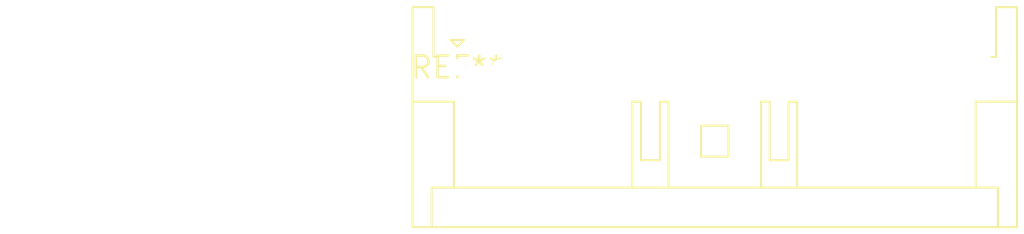
<source format=kicad_pcb>
(kicad_pcb (version 20240108) (generator pcbnew)
  (layers (0 "F.Cu" signal) (31 "B.Cu" signal) (34 "B.Paste" user) (35 "F.Paste" user) (36 "B.SilkS" user "B.Silkscreen") (37 "F.SilkS" user "F.Silkscreen") (38 "B.Mask" user) (39 "F.Mask" user) (44 "Edge.Cuts" user))
  (net 0 "")
  (footprint "JST_XA_S13B-XASK-1N-BN_1x13_P2.50mm_Horizontal" (layer "F.Cu") (at 0 0)
    (property "Reference" "REF**")
    (property "Value" "JST_XA_S13B-XASK-1N-BN_1x13_P2.50mm_Horizontal")
    (fp_line (start -2.61 -3.51) (end -2.61 9.31) (layer "F.SilkS") (stroke (width 0.12)))
    (fp_line (start -2.61 9.31) (end 32.61 9.31) (layer "F.SilkS") (stroke (width 0.12)))
    (fp_line (start -1.5 7.01) (end 31.5 7.01) (layer "F.SilkS") (stroke (width 0.12)))
    (fp_line (start -1.5 9.31) (end -1.5 7.01) (layer "F.SilkS") (stroke (width 0.12)))
    (fp_line (start -1.39 -3.51) (end -2.61 -3.51) (layer "F.SilkS") (stroke (width 0.12)))
    (fp_line (start -1.39 -0.61) (end -1.39 -3.51) (layer "F.SilkS") (stroke (width 0.12)))
    (fp_line (start -1.11 -0.61) (end -1.39 -0.61) (layer "F.SilkS") (stroke (width 0.12)))
    (fp_line (start -0.4 -1.6) (end 0.4 -1.6) (layer "F.SilkS") (stroke (width 0.12)))
    (fp_line (start -0.2 2) (end -2.61 2) (layer "F.SilkS") (stroke (width 0.12)))
    (fp_line (start -0.2 7.01) (end -0.2 2) (layer "F.SilkS") (stroke (width 0.12)))
    (fp_line (start 0 -1.2) (end -0.4 -1.6) (layer "F.SilkS") (stroke (width 0.12)))
    (fp_line (start 0.4 -1.6) (end 0 -1.2) (layer "F.SilkS") (stroke (width 0.12)))
    (fp_line (start 10.2 2) (end 10.2 7.01) (layer "F.SilkS") (stroke (width 0.12)))
    (fp_line (start 10.7 2) (end 10.2 2) (layer "F.SilkS") (stroke (width 0.12)))
    (fp_line (start 10.7 5.41) (end 10.7 2) (layer "F.SilkS") (stroke (width 0.12)))
    (fp_line (start 11.8 2) (end 11.8 5.41) (layer "F.SilkS") (stroke (width 0.12)))
    (fp_line (start 11.8 5.41) (end 10.7 5.41) (layer "F.SilkS") (stroke (width 0.12)))
    (fp_line (start 12.3 2) (end 11.8 2) (layer "F.SilkS") (stroke (width 0.12)))
    (fp_line (start 12.3 7.01) (end 12.3 2) (layer "F.SilkS") (stroke (width 0.12)))
    (fp_line (start 14.2 3.4) (end 15.8 3.4) (layer "F.SilkS") (stroke (width 0.12)))
    (fp_line (start 14.2 5.2) (end 14.2 3.4) (layer "F.SilkS") (stroke (width 0.12)))
    (fp_line (start 15.8 3.4) (end 15.8 5.2) (layer "F.SilkS") (stroke (width 0.12)))
    (fp_line (start 15.8 5.2) (end 14.2 5.2) (layer "F.SilkS") (stroke (width 0.12)))
    (fp_line (start 17.7 2) (end 18.2 2) (layer "F.SilkS") (stroke (width 0.12)))
    (fp_line (start 17.7 7.01) (end 17.7 2) (layer "F.SilkS") (stroke (width 0.12)))
    (fp_line (start 18.2 2) (end 18.2 5.41) (layer "F.SilkS") (stroke (width 0.12)))
    (fp_line (start 18.2 5.41) (end 19.3 5.41) (layer "F.SilkS") (stroke (width 0.12)))
    (fp_line (start 19.3 2) (end 19.8 2) (layer "F.SilkS") (stroke (width 0.12)))
    (fp_line (start 19.3 5.41) (end 19.3 2) (layer "F.SilkS") (stroke (width 0.12)))
    (fp_line (start 19.8 2) (end 19.8 7.01) (layer "F.SilkS") (stroke (width 0.12)))
    (fp_line (start 30.2 2) (end 32.61 2) (layer "F.SilkS") (stroke (width 0.12)))
    (fp_line (start 30.2 7.01) (end 30.2 2) (layer "F.SilkS") (stroke (width 0.12)))
    (fp_line (start 31.39 -3.51) (end 31.39 -0.61) (layer "F.SilkS") (stroke (width 0.12)))
    (fp_line (start 31.39 -0.61) (end 31.11 -0.61) (layer "F.SilkS") (stroke (width 0.12)))
    (fp_line (start 31.5 7.01) (end 31.5 9.31) (layer "F.SilkS") (stroke (width 0.12)))
    (fp_line (start 32.61 -3.51) (end 31.39 -3.51) (layer "F.SilkS") (stroke (width 0.12)))
    (fp_line (start 32.61 9.31) (end 32.61 -3.51) (layer "F.SilkS") (stroke (width 0.12)))
    (pad "1" thru_hole roundrect (at 0 0) (size 1.7 1.95) (drill 0.95) (layers *.Cu *.Mask) (remove_unused_layers) (roundrect_rratio 0.147059))
    (pad "2" thru_hole oval (at 2.5 0) (size 1.7 1.95) (drill 0.95) (layers *.Cu *.Mask) (remove_unused_layers))
    (pad "3" thru_hole oval (at 5 0) (size 1.7 1.95) (drill 0.95) (layers *.Cu *.Mask) (remove_unused_layers))
    (pad "4" thru_hole oval (at 7.5 0) (size 1.7 1.95) (drill 0.95) (layers *.Cu *.Mask) (remove_unused_layers))
    (pad "5" thru_hole oval (at 10 0) (size 1.7 1.95) (drill 0.95) (layers *.Cu *.Mask) (remove_unused_layers))
    (pad "6" thru_hole oval (at 12.5 0) (size 1.7 1.95) (drill 0.95) (layers *.Cu *.Mask) (remove_unused_layers))
    (pad "7" thru_hole oval (at 15 0) (size 1.7 1.95) (drill 0.95) (layers *.Cu *.Mask) (remove_unused_layers))
    (pad "8" thru_hole oval (at 17.5 0) (size 1.7 1.95) (drill 0.95) (layers *.Cu *.Mask) (remove_unused_layers))
    (pad "9" thru_hole oval (at 20 0) (size 1.7 1.95) (drill 0.95) (layers *.Cu *.Mask) (remove_unused_layers))
    (pad "10" thru_hole oval (at 22.5 0) (size 1.7 1.95) (drill 0.95) (layers *.Cu *.Mask) (remove_unused_layers))
    (pad "11" thru_hole oval (at 25 0) (size 1.7 1.95) (drill 0.95) (layers *.Cu *.Mask) (remove_unused_layers))
    (pad "12" thru_hole oval (at 27.5 0) (size 1.7 1.95) (drill 0.95) (layers *.Cu *.Mask) (remove_unused_layers))
    (pad "13" thru_hole oval (at 30 0) (size 1.7 1.95) (drill 0.95) (layers *.Cu *.Mask) (remove_unused_layers))
  )
)
</source>
